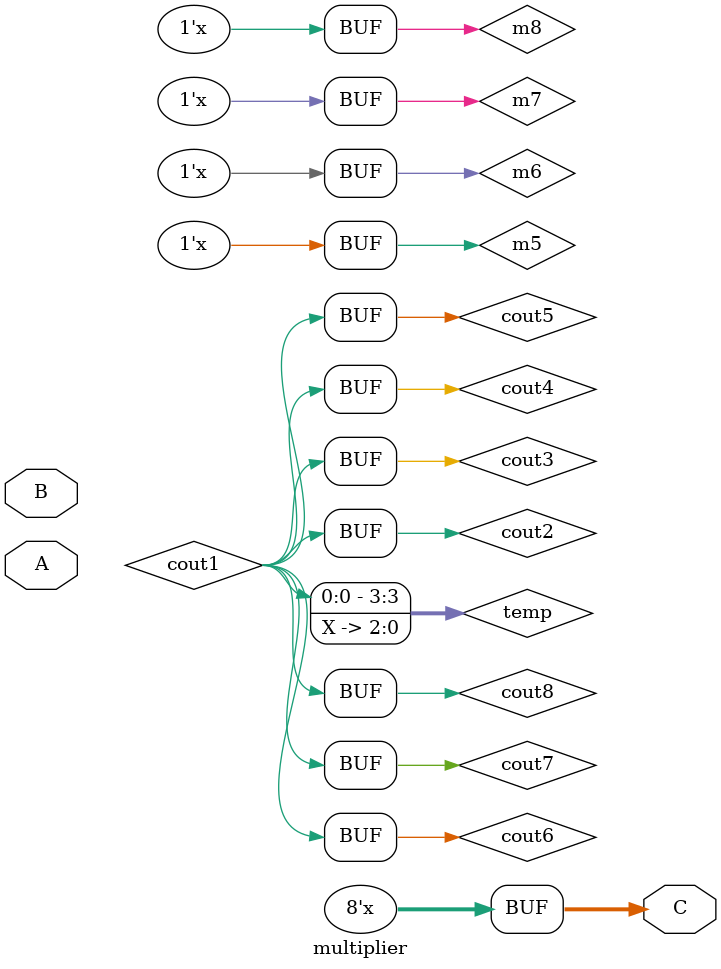
<source format=v>
`timescale 1ns / 1ps
module multiplier(
input [7:0]A,
input [3:0]B,
output [7:0]C
    );
	wire m1,m2,m3,m4,m5,m6,m7,m8;
	wire cout1,cout2,cout3,cout4,cout5,cout6,cout7,cout8;
	reg [3:0]temp;

assign m1=B[0]&1;
bit8adder a0(A,temp,m1,temp,cout1);
assign C[0]=temp[0];
always@(*)
begin
temp=temp >> 1;
temp[3]=cout1;
end

assign m2=B[1]&1;
bit8adder a2(A,temp,m2,temp,cout2);
assign C[1]=temp[0];
always@(*)
begin
temp=temp >> 1;
temp[3]=cout2;
end

assign m3=B[2]&1;
bit8adder a3(A,temp,m3,temp,cout3);
assign C[2]=temp[0];
always@(*)
begin
temp=temp >> 1;
temp[3]=cout3;
end

assign m4=B[3]&1;
bit8adder a4(A,temp,m4,temp,cout4);
assign C[3]=temp[0];
always@(*)
begin
temp=temp >> 1;
temp[3]=cout4;
end

assign m5=B[4]&1;
bit8adder a5(A,temp,m5,temp,cout5);
assign C[4]=temp[0];
always@(*)
begin
temp=temp >> 1;
temp[3]=cout5;
end

assign m6=B[5]&1;
bit8adder a6(A,temp,m6,temp,cout6);
assign C[5]=temp[0];
always@(*)
begin
temp=temp >> 1;
temp[3]=cout6;
end

assign m7=B[6]&1;
bit8adder a7(A,temp,m7,temp,cout7);
assign C[6]=temp[0];
always@(*)
begin
temp=temp >> 1;
temp[3]=cout7;
end

assign m8=B[7]&1;
bit8adder a8(A,temp,m8,temp,cout8);
assign C[7]=temp[0];
always@(*)
begin
temp=temp >> 1;
temp[3]=cout8;
end
endmodule

</source>
